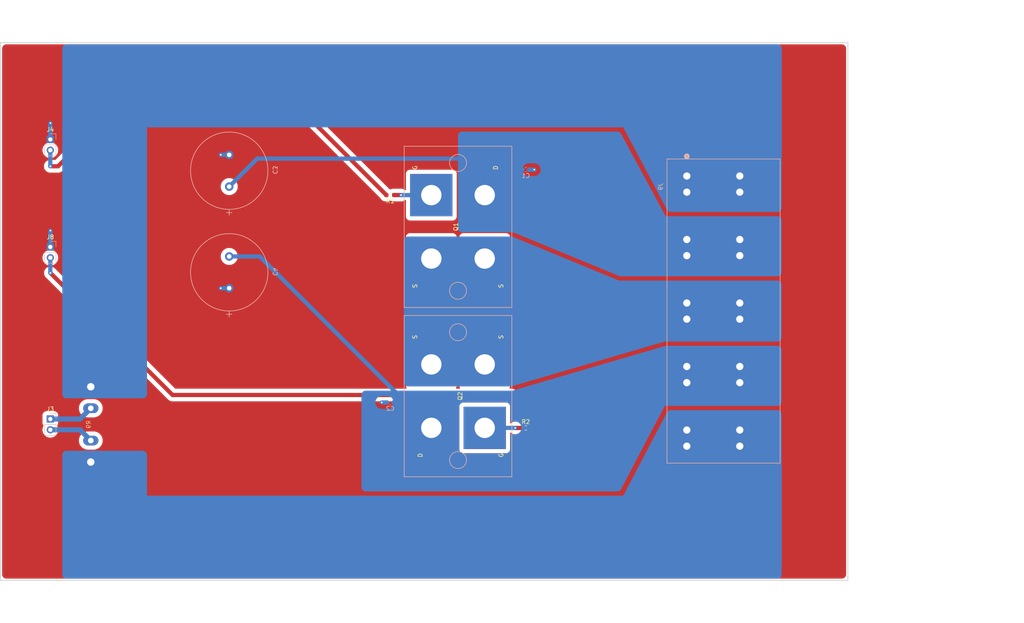
<source format=kicad_pcb>
(kicad_pcb (version 20221018) (generator pcbnew)
  (layers (0 "F.Cu" signal) (31 "B.Cu" signal) (34 "B.Paste" user) (35 "F.Paste" user) (36 "B.SilkS" user "B.Silkscreen") (37 "F.SilkS" user "F.Silkscreen") (38 "B.Mask" user) (39 "F.Mask" user) (44 "Edge.Cuts" user))
  (net 0 "")
  (net 1 "GND")
  (net 2 "+HCC")
  (net 3 "-HCC")
  (net 4 "Net-(Q1-G)")
  (net 5 "Net-(Q2-G)")
  (net 6 "Net-(J3-Pin_1)")
  (net 7 "Net-(J3-Pin_2)")
  (net 8 "Net-(J4-Pin_2)")
  (net 9 "Net-(J8-Pin_2)")
  (net 10 "Load_hot")
  (net 11 "load_cold")
  (footprint "Resistor_SMD:R_0603_1608Metric_Pad0.98x0.95mm_HandSolder" (layer "F.Cu") (at 154 121)
    (fp_text reference "R2" (at 0 -1.43) (layer "F.SilkS"))
    (fp_text value "20")
    (fp_line (start -0.254724 -0.5225) (end 0.254724 -0.5225) (stroke (width 0.12)) (layer "F.SilkS"))
    (fp_line (start -0.254724 0.5225) (end 0.254724 0.5225) (stroke (width 0.12)) (layer "F.SilkS"))
    (pad "1" smd roundrect (at -0.9125 0) (size 0.975 0.95) (layers "F.Cu" "F.Paste" "F.Mask") (net 5 "Net-(Q2-G)"))
    (pad "2" smd roundrect (at 0.9125 0) (size 0.975 0.95) (layers "F.Cu" "F.Paste" "F.Mask") (net 9 "Net-(J8-Pin_2)"))
  )
  (footprint "Resistor_SMD:R_0603_1608Metric_Pad0.98x0.95mm_HandSolder" (layer "F.Cu") (at 122 66 180)
    (fp_text reference "R1" (at 0 -1.43) (layer "F.SilkS"))
    (fp_text value "20")
    (fp_line (start -0.254724 -0.5225) (end 0.254724 -0.5225) (stroke (width 0.12)) (layer "F.SilkS"))
    (fp_line (start -0.254724 0.5225) (end 0.254724 0.5225) (stroke (width 0.12)) (layer "F.SilkS"))
    (pad "1" smd roundrect (at -0.9125 0 180) (size 0.975 0.95) (layers "F.Cu" "F.Paste" "F.Mask") (net 4 "Net-(Q1-G)"))
    (pad "2" smd roundrect (at 0.9125 0 180) (size 0.975 0.95) (layers "F.Cu" "F.Paste" "F.Mask") (net 8 "Net-(J4-Pin_2)"))
  )
  (footprint "zmyfootprint:PowerMOS" (layer "B.Cu") (at 138 73.505 90)
    (fp_text reference "Q1" (at 0 -0.5 90) (layer "F.SilkS"))
    (fp_text value "Q_NMOS_GDS")
    (fp_text user "S" (at -13.97 -10.16 90) (layer "F.SilkS"))
    (fp_text user "S" (at -13.97 10.16 90) (layer "F.SilkS"))
    (fp_text user "G" (at 13.97 -10.16 90) (layer "F.SilkS"))
    (fp_text user "D" (at 13.97 8.89 90) (layer "F.SilkS"))
    (fp_line (start -19.05 -12.7) (end 19.05 -12.7) (stroke (width 0.15)) (layer "B.SilkS"))
    (fp_line (start -19.05 12.7) (end -19.05 -12.7) (stroke (width 0.15)) (layer "B.SilkS"))
    (fp_line (start 19.05 -12.7) (end 19.05 12.7) (stroke (width 0.15)) (layer "B.SilkS"))
    (fp_line (start 19.05 12.7) (end -19.05 12.7) (stroke (width 0.15)) (layer "B.SilkS"))
    (fp_circle (center -15.1 0) (end -17.1 0) (stroke (width 0.15)) (fill none) (layer "B.SilkS"))
    (fp_circle (center 15.1 0) (end 17.1 0) (stroke (width 0.15)) (fill none) (layer "B.SilkS"))
    (pad "1" thru_hole rect (at 7.493 -6.3 90) (size 10 10) (drill 4.8) (layers "*.Cu" "*.Mask") (net 4 "Net-(Q1-G)"))
    (pad "2" thru_hole rect (at 7.493 6.3 90) (size 10 10) (drill 4.8) (layers "*.Cu" "*.Mask") (net 2 "+HCC"))
    (pad "3" thru_hole rect (at -7.493 -6.3 90) (size 10 10) (drill 4.8) (layers "*.Cu" "*.Mask") (net 10 "Load_hot"))
    (pad "3" thru_hole rect (at -7.493 6.3 90) (size 10 10) (drill 4.8) (layers "*.Cu" "*.Mask") (net 10 "Load_hot"))
  )
  (footprint "zmyfootprint:PowerMOS" (layer "B.Cu") (at 138 113.495 -90)
    (fp_text reference "Q2" (at 0 -0.5 90) (layer "F.SilkS"))
    (fp_text value "Q_PMOS_GDS")
    (fp_text user "G" (at 13.97 -10.16 90) (layer "F.SilkS"))
    (fp_text user "D" (at 13.97 8.89 90) (layer "F.SilkS"))
    (fp_text user "S" (at -13.97 -10.16 90) (layer "F.SilkS"))
    (fp_text user "S" (at -13.97 10.16 90) (layer "F.SilkS"))
    (fp_line (start -19.05 -12.7) (end 19.05 -12.7) (stroke (width 0.15)) (layer "B.SilkS"))
    (fp_line (start -19.05 12.7) (end -19.05 -12.7) (stroke (width 0.15)) (layer "B.SilkS"))
    (fp_line (start 19.05 -12.7) (end 19.05 12.7) (stroke (width 0.15)) (layer "B.SilkS"))
    (fp_line (start 19.05 12.7) (end -19.05 12.7) (stroke (width 0.15)) (layer "B.SilkS"))
    (fp_circle (center -15.1 0) (end -17.1 0) (stroke (width 0.15)) (fill none) (layer "B.SilkS"))
    (fp_circle (center 15.1 0) (end 17.1 0) (stroke (width 0.15)) (fill none) (layer "B.SilkS"))
    (pad "1" thru_hole rect (at 7.493 -6.3 270) (size 10 10) (drill 4.8) (layers "*.Cu" "*.Mask") (net 5 "Net-(Q2-G)"))
    (pad "2" thru_hole rect (at 7.493 6.3 270) (size 10 10) (drill 4.8) (layers "*.Cu" "*.Mask") (net 3 "-HCC"))
    (pad "3" thru_hole rect (at -7.493 -6.3 270) (size 10 10) (drill 4.8) (layers "*.Cu" "*.Mask") (net 10 "Load_hot"))
    (pad "3" thru_hole rect (at -7.493 6.3 270) (size 10 10) (drill 4.8) (layers "*.Cu" "*.Mask") (net 10 "Load_hot"))
  )
  (footprint "Resistor_THT:SIP-4-ShuntResistor-Riedon" (layer "B.Cu") (at 51.325 120.175 -90)
    (fp_text reference "R9" (at 0 0.5 90 unlocked) (layer "F.SilkS") (effects (font (thickness 0.1)) (justify mirror)))
    (fp_text value "R_Shunt")
    (pad "1" thru_hole oval (at -8.89 0 270) (size 2.8 4) (drill 1.75) (layers "*.Cu" "*.Mask") (net 11 "load_cold"))
    (pad "2" thru_hole oval (at -3.81 0 270) (size 2.3 3.6) (drill 1.35) (layers "*.Cu" "*.Mask") (net 6 "Net-(J3-Pin_1)"))
    (pad "3" thru_hole oval (at 3.81 0 270) (size 2.3 3.6) (drill 1.35) (layers "*.Cu" "*.Mask") (net 7 "Net-(J3-Pin_2)"))
    (pad "4" thru_hole oval (at 8.89 0 270) (size 2.8 4) (drill 1.75) (layers "*.Cu" "*.Mask") (net 1 "GND"))
  )
  (footprint "Connector_PinHeader_2.54mm:PinHeader_1x02_P2.54mm_Vertical" (layer "B.Cu") (at 41.778 52.86 180)
    (fp_text reference "J4" (at 0 2.33) (layer "F.SilkS"))
    (fp_text value "N-MOS")
    (fp_line (start -1.33 -3.87) (end 1.33 -3.87) (stroke (width 0.12)) (layer "B.SilkS"))
    (fp_line (start -1.33 -1.27) (end -1.33 -3.87) (stroke (width 0.12)) (layer "B.SilkS"))
    (fp_line (start -1.33 -1.27) (end 1.33 -1.27) (stroke (width 0.12)) (layer "B.SilkS"))
    (fp_line (start -1.33 0) (end -1.33 1.33) (stroke (width 0.12)) (layer "B.SilkS"))
    (fp_line (start -1.33 1.33) (end 0 1.33) (stroke (width 0.12)) (layer "B.SilkS"))
    (fp_line (start 1.33 -1.27) (end 1.33 -3.87) (stroke (width 0.12)) (layer "B.SilkS"))
    (pad "1" thru_hole rect (at 0 0 180) (size 1.7 1.7) (drill 1) (layers "*.Cu" "*.Mask") (net 1 "GND"))
    (pad "2" thru_hole oval (at 0 -2.54 180) (size 1.7 1.7) (drill 1) (layers "*.Cu" "*.Mask") (net 8 "Net-(J4-Pin_2)"))
  )
  (footprint "Connector_THT:CONN_249192" (layer "B.Cu") (at 192 61.5 -90)
    (fp_text reference "J9" (at 2.5 6.2 90 unlocked) (layer "B.SilkS") (effects (justify mirror)))
    (fp_text value "2491920000")
    (fp_line (start -4.010599 -22.0234) (end 67.820601 -22.0234) (stroke (width 0.1524)) (layer "B.SilkS"))
    (fp_line (start -4.010599 4.672) (end -4.010599 -22.0234) (stroke (width 0.1524)) (layer "B.SilkS"))
    (fp_line (start 67.820601 -22.0234) (end 67.820601 4.672) (stroke (width 0.1524)) (layer "B.SilkS"))
    (fp_line (start 67.820601 4.672) (end -4.010599 4.672) (stroke (width 0.1524)) (layer "B.SilkS"))
    (fp_circle (center -4.645599 0) (end -4.264599 0) (stroke (width 0.508)) (fill none) (layer "B.SilkS"))
    (fp_circle (center -4.645599 0) (end -4.264599 0) (stroke (width 0.508)) (fill none) (layer "F.SilkS"))
    (pad "1" thru_hole oval (at 0 0 270) (size 2.5 4.2) (drill 1.71) (layers "*.Cu" "*.Mask") (net 11 "load_cold"))
    (pad "2" thru_hole oval (at 0 -12.5 270) (size 2.5 4.2) (drill 1.71) (layers "*.Cu" "*.Mask") (net 11 "load_cold"))
    (pad "3" thru_hole oval (at 3.81 0 270) (size 2.5 4.2) (drill 1.71) (layers "*.Cu" "*.Mask") (net 11 "load_cold"))
    (pad "4" thru_hole oval (at 3.81 -12.5 270) (size 2.5 4.2) (drill 1.71) (layers "*.Cu" "*.Mask") (net 11 "load_cold"))
    (pad "5" thru_hole oval (at 15 0 270) (size 2.5 4.2) (drill 1.71) (layers "*.Cu" "*.Mask") (net 2 "+HCC"))
    (pad "6" thru_hole oval (at 15 -12.5 270) (size 2.5 4.2) (drill 1.71) (layers "*.Cu" "*.Mask") (net 2 "+HCC"))
    (pad "7" thru_hole oval (at 18.81 0 270) (size 2.5 4.2) (drill 1.71) (layers "*.Cu" "*.Mask") (net 2 "+HCC"))
    (pad "8" thru_hole oval (at 18.81 -12.5 270) (size 2.5 4.2) (drill 1.71) (layers "*.Cu" "*.Mask") (net 2 "+HCC"))
    (pad "9" thru_hole oval (at 30.000001 0 270) (size 2.5 4.2) (drill 1.71) (layers "*.Cu" "*.Mask") (net 10 "Load_hot"))
    (pad "10" thru_hole oval (at 30.000001 -12.5 270) (size 2.5 4.2) (drill 1.71) (layers "*.Cu" "*.Mask") (net 10 "Load_hot"))
    (pad "11" thru_hole oval (at 33.810001 0 270) (size 2.5 4.2) (drill 1.71) (layers "*.Cu" "*.Mask") (net 10 "Load_hot"))
    (pad "12" thru_hole oval (at 33.810001 -12.5 270) (size 2.5 4.2) (drill 1.71) (layers "*.Cu" "*.Mask") (net 10 "Load_hot"))
    (pad "13" thru_hole oval (at 45.000001 0 270) (size 2.5 4.2) (drill 1.71) (layers "*.Cu" "*.Mask") (net 3 "-HCC"))
    (pad "14" thru_hole oval (at 45.000001 -12.5 270) (size 2.5 4.2) (drill 1.71) (layers "*.Cu" "*.Mask") (net 3 "-HCC"))
    (pad "15" thru_hole oval (at 48.810001 0 270) (size 2.5 4.2) (drill 1.71) (layers "*.Cu" "*.Mask") (net 3 "-HCC"))
    (pad "16" thru_hole oval (at 48.810001 -12.5 270) (size 2.5 4.2) (drill 1.71) (layers "*.Cu" "*.Mask") (net 3 "-HCC"))
    (pad "17" thru_hole oval (at 60.000002 0 270) (size 2.5 4.2) (drill 1.71) (layers "*.Cu" "*.Mask") (net 1 "GND"))
    (pad "18" thru_hole oval (at 60.000002 -12.5 270) (size 2.5 4.2) (drill 1.71) (layers "*.Cu" "*.Mask") (net 1 "GND"))
    (pad "19" thru_hole oval (at 63.810002 0 270) (size 2.5 4.2) (drill 1.71) (layers "*.Cu" "*.Mask") (net 1 "GND"))
    (pad "20" thru_hole oval (at 63.810002 -12.5 270) (size 2.5 4.2) (drill 1.71) (layers "*.Cu" "*.Mask") (net 1 "GND"))
  )
  (footprint "Connector_PinHeader_2.54mm:PinHeader_1x02_P2.54mm_Vertical" (layer "B.Cu") (at 41.778 118.9 180)
    (fp_text reference "J3" (at 0 2.33) (layer "F.SilkS"))
    (fp_text value "SENSE")
    (fp_line (start -1.33 -3.87) (end 1.33 -3.87) (stroke (width 0.12)) (layer "B.SilkS"))
    (fp_line (start -1.33 -1.27) (end -1.33 -3.87) (stroke (width 0.12)) (layer "B.SilkS"))
    (fp_line (start -1.33 -1.27) (end 1.33 -1.27) (stroke (width 0.12)) (layer "B.SilkS"))
    (fp_line (start -1.33 0) (end -1.33 1.33) (stroke (width 0.12)) (layer "B.SilkS"))
    (fp_line (start -1.33 1.33) (end 0 1.33) (stroke (width 0.12)) (layer "B.SilkS"))
    (fp_line (start 1.33 -1.27) (end 1.33 -3.87) (stroke (width 0.12)) (layer "B.SilkS"))
    (pad "1" thru_hole rect (at 0 0 180) (size 1.7 1.7) (drill 1) (layers "*.Cu" "*.Mask") (net 6 "Net-(J3-Pin_1)"))
    (pad "2" thru_hole oval (at 0 -2.54 180) (size 1.7 1.7) (drill 1) (layers "*.Cu" "*.Mask") (net 7 "Net-(J3-Pin_2)"))
  )
  (footprint "Capacitor_THT:CAP_UBY_18X35P5_NCH" (layer "B.Cu") (at 84 88 90)
    (fp_text reference "C4" (at 3.9 10.8 270 unlocked) (layer "B.SilkS") (effects (justify mirror)))
    (fp_text value "UKL1J102KHD")
    (fp_line (start -6.7783 0) (end -5.5083 0) (stroke (width 0.1524)) (layer "B.SilkS"))
    (fp_line (start -6.1433 0.635) (end -6.1433 -0.635) (stroke (width 0.1524)) (layer "B.SilkS"))
    (fp_circle (center 3.75 0) (end 12.8813 0) (stroke (width 0.1524)) (fill none) (layer "B.SilkS"))
    (pad "1" thru_hole circle (at 0 0 90) (size 2 2) (drill 1.0668) (layers "*.Cu" "*.Mask") (net 1 "GND"))
    (pad "2" thru_hole circle (at 7.5 0 90) (size 2 2) (drill 1.0668) (layers "*.Cu" "*.Mask") (net 3 "-HCC"))
  )
  (footprint "Capacitor_SMD:C_0603_1608Metric" (layer "B.Cu") (at 154 60)
    (fp_text reference "C1" (at 0 1.43) (layer "B.SilkS") (effects (justify mirror)))
    (fp_text value "0.1uF")
    (fp_line (start -0.14058 -0.51) (end 0.14058 -0.51) (stroke (width 0.12)) (layer "B.SilkS"))
    (fp_line (start -0.14058 0.51) (end 0.14058 0.51) (stroke (width 0.12)) (layer "B.SilkS"))
    (pad "1" smd roundrect (at -0.775 0) (size 0.9 0.95) (layers "B.Cu" "B.Paste" "B.Mask") (net 2 "+HCC"))
    (pad "2" smd roundrect (at 0.775 0) (size 0.9 0.95) (layers "B.Cu" "B.Paste" "B.Mask") (net 1 "GND"))
  )
  (footprint "Capacitor_THT:CAP_UBY_18X35P5_NCH" (layer "B.Cu") (at 84 64 90)
    (fp_text reference "C3" (at 3.9 10.8 270 unlocked) (layer "B.SilkS") (effects (justify mirror)))
    (fp_text value "UKL1J102KHD")
    (fp_line (start -6.7783 0) (end -5.5083 0) (stroke (width 0.1524)) (layer "B.SilkS"))
    (fp_line (start -6.1433 0.635) (end -6.1433 -0.635) (stroke (width 0.1524)) (layer "B.SilkS"))
    (fp_circle (center 3.75 0) (end 12.8813 0) (stroke (width 0.1524)) (fill none) (layer "B.SilkS"))
    (pad "1" thru_hole circle (at 0 0 90) (size 2 2) (drill 1.0668) (layers "*.Cu" "*.Mask") (net 2 "+HCC"))
    (pad "2" thru_hole circle (at 7.5 0 90) (size 2 2) (drill 1.0668) (layers "*.Cu" "*.Mask") (net 1 "GND"))
  )
  (footprint "Capacitor_SMD:C_0603_1608Metric" (layer "B.Cu") (at 122 115)
    (fp_text reference "C2" (at 0 1.43) (layer "B.SilkS") (effects (justify mirror)))
    (fp_text value "0.1uF")
    (fp_line (start -0.14058 -0.51) (end 0.14058 -0.51) (stroke (width 0.12)) (layer "B.SilkS"))
    (fp_line (start -0.14058 0.51) (end 0.14058 0.51) (stroke (width 0.12)) (layer "B.SilkS"))
    (pad "1" smd roundrect (at -0.775 0) (size 0.9 0.95) (layers "B.Cu" "B.Paste" "B.Mask") (net 1 "GND"))
    (pad "2" smd roundrect (at 0.775 0) (size 0.9 0.95) (layers "B.Cu" "B.Paste" "B.Mask") (net 3 "-HCC"))
  )
  (footprint "Connector_PinHeader_2.54mm:PinHeader_1x02_P2.54mm_Vertical" (layer "B.Cu") (at 41.778 78.26 180)
    (fp_text reference "J8" (at 0 2.33) (layer "F.SilkS"))
    (fp_text value "P-MOS")
    (fp_line (start -1.33 -3.87) (end 1.33 -3.87) (stroke (width 0.12)) (layer "B.SilkS"))
    (fp_line (start -1.33 -1.27) (end -1.33 -3.87) (stroke (width 0.12)) (layer "B.SilkS"))
    (fp_line (start -1.33 -1.27) (end 1.33 -1.27) (stroke (width 0.12)) (layer "B.SilkS"))
    (fp_line (start -1.33 0) (end -1.33 1.33) (stroke (width 0.12)) (layer "B.SilkS"))
    (fp_line (start -1.33 1.33) (end 0 1.33) (stroke (width 0.12)) (layer "B.SilkS"))
    (fp_line (start 1.33 -1.27) (end 1.33 -3.87) (stroke (width 0.12)) (layer "B.SilkS"))
    (pad "1" thru_hole rect (at 0 0 180) (size 1.7 1.7) (drill 1) (layers "*.Cu" "*.Mask") (net 1 "GND"))
    (pad "2" thru_hole oval (at 0 -2.54 180) (size 1.7 1.7) (drill 1) (layers "*.Cu" "*.Mask") (net 9 "Net-(J8-Pin_2)"))
  )
  (gr_line (start 30 30) (end 30 157) (stroke (width 0.2)) (layer "Edge.Cuts"))
  (gr_line (start 230 30) (end 30 30) (stroke (width 0.2)) (layer "Edge.Cuts"))
  (gr_line (start 30 157) (end 230 157) (stroke (width 0.2)) (layer "Edge.Cuts"))
  (gr_line (start 230 157) (end 230 30) (stroke (width 0.2)) (layer "Edge.Cuts"))
  (via (at 120 115) (size 0.8) (drill 0.4) (layers "F.Cu" "B.Cu") (net 1))
  (via (at 41.8 49) (size 0.8) (drill 0.4) (layers "F.Cu" "B.Cu") (net 1))
  (via (at 156 60) (size 0.8) (drill 0.4) (layers "F.Cu" "B.Cu") (net 1))
  (via (at 82 88) (size 0.8) (drill 0.4) (layers "F.Cu" "B.Cu") (net 1))
  (via (at 41.8 74.4) (size 0.8) (drill 0.4) (layers "F.Cu" "B.Cu") (net 1))
  (via (at 82 56.5) (size 0.8) (drill 0.4) (layers "F.Cu" "B.Cu") (net 1))
  (segment (start 121.225 115) (end 120 115) (width 1) (layer "B.Cu") (net 1))
  (segment (start 82 88) (end 84 88) (width 1) (layer "B.Cu") (net 1))
  (segment (start 121.21 114.91) (end 121.225 114.925) (width 0.25) (layer "B.Cu") (net 1))
  (segment (start 156.17 59.925) (end 156.195 59.9) (width 0.25) (layer "B.Cu") (net 1))
  (segment (start 41.778 52.86) (end 41.778 49.022) (width 1) (layer "B.Cu") (net 1))
  (segment (start 41.778 49.022) (end 41.8 49) (width 0.25) (layer "B.Cu") (net 1))
  (segment (start 41.778 78.26) (end 41.778 74.422) (width 1) (layer "B.Cu") (net 1))
  (segment (start 82 56.5) (end 84 56.5) (width 1) (layer "B.Cu") (net 1))
  (segment (start 41.778 74.422) (end 41.8 74.4) (width 0.25) (layer "B.Cu") (net 1))
  (segment (start 154.775 60) (end 156 60) (width 1) (layer "B.Cu") (net 1))
  (segment (start 140.4 57.4) (end 140.4 62.112) (width 1) (layer "B.Cu") (net 2))
  (segment (start 90.6 57.4) (end 140.4 57.4) (width 1) (layer "B.Cu") (net 2))
  (segment (start 140.4 62.112) (end 144.3 66.012) (width 0.25) (layer "B.Cu") (net 2))
  (segment (start 84 64) (end 90.6 57.4) (width 1) (layer "B.Cu") (net 2))
  (segment (start 91.212 80.5) (end 131.7 120.988) (width 1) (layer "B.Cu") (net 3))
  (segment (start 84 80.5) (end 91.212 80.5) (width 1) (layer "B.Cu") (net 3))
  (segment (start 123.6 66.005) (end 123.6 66) (width 0) (layer "F.Cu") (net 4))
  (segment (start 124.555 66.005) (end 123.6 66.005) (width 0) (layer "F.Cu") (net 4))
  (segment (start 124.55 66) (end 124.555 66.005) (width 0.25) (layer "F.Cu") (net 4))
  (segment (start 122.9125 66) (end 122.9245 66.012) (width 0.25) (layer "F.Cu") (net 4))
  (segment (start 122.9125 66) (end 124.55 66) (width 1) (layer "F.Cu") (net 4))
  (via (at 124.555 66.005) (size 0.8) (drill 0.4) (layers "F.Cu" "B.Cu") (net 4))
  (segment (start 124.562 66.012) (end 124.555 66.005) (width 0.25) (layer "B.Cu") (net 4))
  (segment (start 131.7 66.012) (end 124.562 66.012) (width 1) (layer "B.Cu") (net 4))
  (segment (start 151.505 121.015) (end 153.0725 121.015) (width 1) (layer "F.Cu") (net 5))
  (segment (start 153.0875 121) (end 153.0755 120.988) (width 0.25) (layer "F.Cu") (net 5))
  (segment (start 153.0725 121.015) (end 153.0875 121) (width 0.25) (layer "F.Cu") (net 5))
  (via (at 151.505 121.015) (size 0.8) (drill 0.4) (layers "F.Cu" "B.Cu") (net 5))
  (segment (start 144.3 120.988) (end 151.478 120.988) (width 1) (layer "B.Cu") (net 5))
  (segment (start 48.79 118.9) (end 51.325 116.365) (width 1.2) (layer "B.Cu") (net 6))
  (segment (start 41.778 118.9) (end 48.79 118.9) (width 1.2) (layer "B.Cu") (net 6))
  (segment (start 41.778 121.44) (end 48.78 121.44) (width 1.2) (layer "B.Cu") (net 7))
  (segment (start 48.78 121.44) (end 51.325 123.985) (width 1.2) (layer "B.Cu") (net 7))
  (segment (start 59.785 43.015) (end 43.6 59.2) (width 1) (layer "F.Cu") (net 8))
  (segment (start 43.6 59.2) (end 41.778 59.2) (width 1) (layer "F.Cu") (net 8))
  (segment (start 98.1025 43.015) (end 121.0875 66) (width 1) (layer "F.Cu") (net 8))
  (segment (start 59.785 43.015) (end 98.1025 43.015) (width 1) (layer "F.Cu") (net 8))
  (via (at 41.778 59.2) (size 0.8) (drill 0.4) (layers "F.Cu" "B.Cu") (net 8))
  (segment (start 41.778 59.2) (end 41.778 55.4) (width 1) (layer "B.Cu") (net 8))
  (segment (start 150.555 113.225) (end 154.9125 117.5825) (width 1) (layer "F.Cu") (net 9))
  (segment (start 70.625 113.225) (end 150.555 113.225) (width 1) (layer "F.Cu") (net 9))
  (segment (start 41.8 84.4) (end 70.625 113.225) (width 1) (layer "F.Cu") (net 9))
  (segment (start 154.9125 117.5825) (end 154.9125 121) (width 1) (layer "F.Cu") (net 9))
  (via (at 41.8 84.4) (size 0.8) (drill 0.4) (layers "F.Cu" "B.Cu") (net 9))
  (segment (start 41.778 84.378) (end 41.8 84.4) (width 0.25) (layer "B.Cu") (net 9))
  (segment (start 41.778 80.8) (end 41.778 84.378) (width 1) (layer "B.Cu") (net 9))
  (zone (net 1) (net_name "GND") (layer "F.Cu") (priority 5) (connect_pads yes (clearance 1)) (min_thickness 0.25) (fill yes (thermal_gap 0.5) (thermal_bridge_width 0.5) (smoothing fillet) (radius 1))
    (polygon (pts (xy 30.4 30.4) (xy 229.6 30.4) (xy 229.6 156.6) (xy 30.4 156.6)))
  )
  (zone (net 2) (net_name "+HCC") (layer "B.Cu") (priority 2) (connect_pads yes (clearance 1)) (min_thickness 0.25) (fill yes (thermal_gap 0.5) (thermal_bridge_width 0.5) (smoothing fillet) (radius 1))
    (polygon (pts (xy 214.4 71) (xy 214.4 85.2) (xy 175.8 85.2) (xy 150.8 74.8) (xy 138 74.8) (xy 138 51) (xy 176.2 51) (xy 187 71)))
  )
  (zone (net 10) (net_name "Load_hot") (layer "B.Cu") (priority 4) (connect_pads yes (clearance 1)) (min_thickness 0.25) (fill yes (thermal_gap 0.5) (thermal_bridge_width 0.5) (smoothing fillet) (radius 1))
    (polygon (pts (xy 214.4 86.2) (xy 214.4 100.6) (xy 186.8 100.6) (xy 150.6 111.2) (xy 125.2 111.2) (xy 125.2 75.8) (xy 150.8 75.8) (xy 176 86.2)))
  )
  (zone (net 11) (net_name "load_cold") (layer "B.Cu") (connect_pads yes (clearance 1)) (min_thickness 0.25) (fill yes (thermal_gap 0.5) (thermal_bridge_width 0.5) (smoothing fillet) (radius 1))
    (polygon (pts (xy 214.4 70) (xy 214.4 30.4) (xy 44.6 30.4) (xy 44.6 114) (xy 64.6 114) (xy 64.6 50) (xy 177 50) (xy 187.6 70)))
  )
  (zone (net 1) (net_name "GND") (layer "B.Cu") (priority 1) (connect_pads yes (clearance 1)) (min_thickness 0.25) (fill yes (thermal_gap 0.5) (thermal_bridge_width 0.5) (smoothing fillet) (radius 1))
    (polygon (pts (xy 187.6 116.8) (xy 214.4 116.8) (xy 214.4 156.6) (xy 44.6 156.6) (xy 44.6 126.4) (xy 64.6 126.4) (xy 64.6 137) (xy 177 137)))
  )
  (zone (net 3) (net_name "-HCC") (layer "B.Cu") (priority 3) (connect_pads yes (clearance 1)) (min_thickness 0.25) (fill yes (thermal_gap 0.5) (thermal_bridge_width 0.5) (smoothing fillet) (radius 1))
    (polygon (pts (xy 214.4 101.6) (xy 214.4 115.8) (xy 186.8 115.8) (xy 176.2 136) (xy 115.2 136) (xy 115.2 112.2) (xy 150.8 112.2) (xy 187 101.6)))
  )
)
</source>
